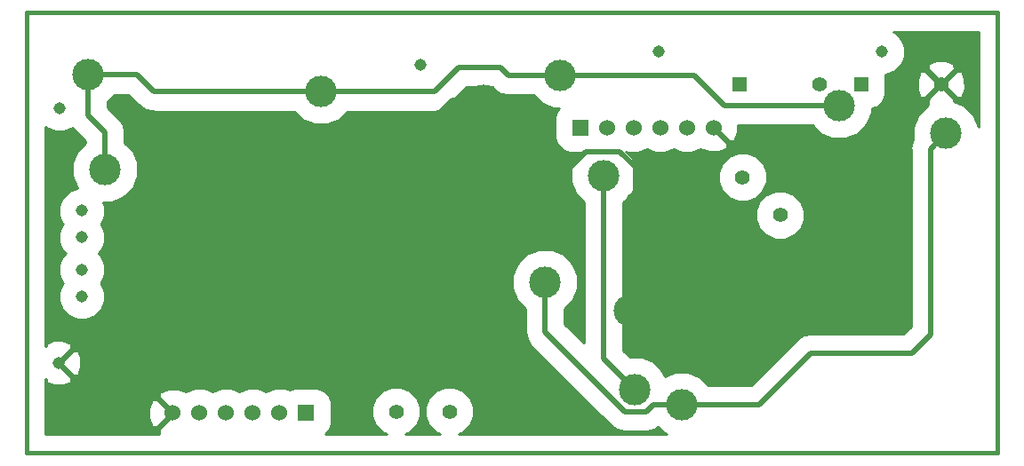
<source format=gbl>
G04 (created by PCBNEW-RS274X (2011-07-08 BZR 3044)-stable) date Wed 10 Aug 2011 06:33:40 PM MSD*
G01*
G70*
G90*
%MOIN*%
G04 Gerber Fmt 3.4, Leading zero omitted, Abs format*
%FSLAX34Y34*%
G04 APERTURE LIST*
%ADD10C,0.006000*%
%ADD11C,0.015000*%
%ADD12C,0.045000*%
%ADD13R,0.060000X0.060000*%
%ADD14C,0.060000*%
%ADD15R,0.055000X0.055000*%
%ADD16C,0.055000*%
%ADD17C,0.118100*%
%ADD18C,0.019700*%
%ADD19C,0.010000*%
G04 APERTURE END LIST*
G54D10*
G54D11*
X00000Y00000D02*
X36418Y00000D01*
X00000Y-16535D02*
X00000Y00000D01*
X36418Y-16535D02*
X00000Y-16535D01*
X36418Y00000D02*
X36418Y-16535D01*
G54D12*
X01201Y-13149D03*
X01241Y-03582D03*
X02088Y-08444D03*
X02088Y-07440D03*
X02088Y-10669D03*
X02088Y-09645D03*
X14784Y-01968D03*
X23701Y-01476D03*
X32087Y-01476D03*
G54D13*
X20768Y-04311D03*
G54D14*
X21768Y-04311D03*
X22768Y-04311D03*
X23768Y-04311D03*
X24768Y-04311D03*
X25768Y-04311D03*
G54D15*
X26749Y-02696D03*
G54D16*
X29749Y-02696D03*
G54D15*
X31296Y-02696D03*
G54D16*
X34296Y-02696D03*
G54D13*
X10493Y-15039D03*
G54D14*
X09493Y-15039D03*
X08493Y-15039D03*
X07493Y-15039D03*
X06493Y-15039D03*
X05493Y-15039D03*
G54D16*
X28266Y-07596D03*
X26852Y-06182D03*
X13862Y-14980D03*
X15862Y-14980D03*
G54D17*
X21654Y-06122D03*
X22815Y-14153D03*
X22619Y-11200D03*
X12579Y-04370D03*
X05552Y-12421D03*
X05099Y-05511D03*
X17146Y-03307D03*
X18485Y-07283D03*
X34475Y-04541D03*
X19449Y-10118D03*
X24567Y-14724D03*
X02953Y-05885D03*
X02304Y-02342D03*
X11044Y-02972D03*
X30473Y-03504D03*
X20000Y-02362D03*
G54D18*
X21654Y-12992D02*
X21654Y-06122D01*
X22815Y-14153D02*
X21654Y-12992D01*
X12579Y-04370D02*
X11516Y-04370D01*
X10375Y-05511D02*
X05099Y-05511D01*
X11516Y-04370D02*
X10375Y-05511D01*
X22619Y-11200D02*
X22619Y-06968D01*
X18918Y-07283D02*
X18485Y-07283D01*
X20985Y-05216D02*
X18918Y-07283D01*
X22244Y-05216D02*
X20985Y-05216D01*
X22835Y-05807D02*
X22244Y-05216D01*
X22835Y-06752D02*
X22835Y-05807D01*
X22619Y-06968D02*
X22835Y-06752D01*
X17146Y-03307D02*
X15965Y-03307D01*
X12953Y-03996D02*
X12579Y-04370D01*
X15276Y-03996D02*
X12953Y-03996D01*
X15965Y-03307D02*
X15276Y-03996D01*
X05099Y-05511D02*
X05099Y-08563D01*
X05099Y-08563D02*
X05552Y-09016D01*
X05552Y-09016D02*
X05552Y-12421D01*
X17146Y-03307D02*
X17146Y-05197D01*
X17146Y-05197D02*
X18485Y-06536D01*
X18485Y-06536D02*
X18485Y-07283D01*
X18485Y-07283D02*
X18504Y-07283D01*
X27492Y-14724D02*
X24567Y-14724D01*
X29425Y-12791D02*
X27492Y-14724D01*
X33200Y-12791D02*
X29425Y-12791D01*
X33900Y-12091D02*
X33200Y-12791D01*
X33900Y-05116D02*
X33900Y-12091D01*
X34475Y-04541D02*
X33900Y-05116D01*
X24567Y-14724D02*
X23504Y-14724D01*
X23504Y-14724D02*
X23248Y-14980D01*
X23248Y-14980D02*
X22441Y-14980D01*
X22441Y-14980D02*
X19449Y-11988D01*
X19449Y-11988D02*
X19449Y-10118D01*
X02304Y-02342D02*
X02304Y-03859D01*
X02953Y-04508D02*
X02953Y-05885D01*
X02304Y-03859D02*
X02953Y-04508D01*
X11044Y-02972D02*
X04764Y-02972D01*
X04134Y-02342D02*
X02304Y-02342D01*
X04764Y-02972D02*
X04134Y-02342D01*
X20000Y-02362D02*
X18072Y-02362D01*
X15296Y-02972D02*
X11044Y-02972D01*
X16201Y-02067D02*
X15296Y-02972D01*
X17777Y-02067D02*
X16201Y-02067D01*
X18072Y-02362D02*
X17777Y-02067D01*
X30473Y-03504D02*
X26182Y-03504D01*
X25040Y-02362D02*
X20000Y-02362D01*
X26182Y-03504D02*
X25040Y-02362D01*
G54D10*
G36*
X23994Y-15819D02*
X16226Y-15819D01*
X16379Y-15756D01*
X16637Y-15499D01*
X16777Y-15163D01*
X16777Y-14799D01*
X16638Y-14463D01*
X16381Y-14205D01*
X16045Y-14065D01*
X15681Y-14065D01*
X15345Y-14204D01*
X15087Y-14461D01*
X14947Y-14797D01*
X14947Y-15161D01*
X15086Y-15497D01*
X15343Y-15755D01*
X15496Y-15819D01*
X14226Y-15819D01*
X14379Y-15756D01*
X14637Y-15499D01*
X14777Y-15163D01*
X14777Y-14799D01*
X14638Y-14463D01*
X14381Y-14205D01*
X14045Y-14065D01*
X13681Y-14065D01*
X13345Y-14204D01*
X13087Y-14461D01*
X12947Y-14797D01*
X12947Y-15161D01*
X13086Y-15497D01*
X13343Y-15755D01*
X13496Y-15819D01*
X11219Y-15819D01*
X11336Y-15702D01*
X11434Y-15467D01*
X11434Y-15212D01*
X11434Y-14612D01*
X11337Y-14376D01*
X11156Y-14196D01*
X10921Y-14098D01*
X10666Y-14098D01*
X10066Y-14098D01*
X09872Y-14177D01*
X09681Y-14098D01*
X09307Y-14098D01*
X08992Y-14227D01*
X08681Y-14098D01*
X08307Y-14098D01*
X07992Y-14227D01*
X07681Y-14098D01*
X07307Y-14098D01*
X06992Y-14227D01*
X06681Y-14098D01*
X06307Y-14098D01*
X05971Y-14236D01*
X05664Y-14114D01*
X05297Y-14119D01*
X04981Y-14250D01*
X04978Y-14453D01*
X05458Y-14933D01*
X05493Y-14968D01*
X05552Y-15027D01*
X05552Y-15051D01*
X05493Y-15110D01*
X05458Y-15145D01*
X05422Y-15181D01*
X05422Y-15039D01*
X04907Y-14524D01*
X04704Y-14527D01*
X04568Y-14868D01*
X04573Y-15235D01*
X04704Y-15551D01*
X04907Y-15554D01*
X05422Y-15039D01*
X05422Y-15181D01*
X04978Y-15625D01*
X04980Y-15819D01*
X02054Y-15819D01*
X02054Y-13302D01*
X02047Y-12964D01*
X01930Y-12682D01*
X01734Y-12687D01*
X01668Y-12753D01*
X01272Y-13149D01*
X01734Y-13611D01*
X01930Y-13616D01*
X02054Y-13302D01*
X02054Y-15819D01*
X01668Y-15819D01*
X00716Y-15819D01*
X00716Y-13775D01*
X00737Y-13754D01*
X00734Y-13878D01*
X01048Y-14002D01*
X01386Y-13995D01*
X01668Y-13878D01*
X01663Y-13682D01*
X01236Y-13255D01*
X01201Y-13220D01*
X01130Y-13149D01*
X01201Y-13078D01*
X01236Y-13043D01*
X01663Y-12616D01*
X01668Y-12420D01*
X01354Y-12296D01*
X01016Y-12303D01*
X00734Y-12420D01*
X00737Y-12543D01*
X00716Y-12522D01*
X00716Y-04280D01*
X00750Y-04315D01*
X01068Y-04447D01*
X01412Y-04447D01*
X01730Y-04316D01*
X01734Y-04311D01*
X01781Y-04382D01*
X02214Y-04814D01*
X02214Y-04883D01*
X01910Y-05187D01*
X01722Y-05639D01*
X01722Y-06129D01*
X01907Y-06578D01*
X01599Y-06706D01*
X01355Y-06949D01*
X01223Y-07267D01*
X01223Y-07611D01*
X01354Y-07929D01*
X01366Y-07941D01*
X01355Y-07953D01*
X01223Y-08271D01*
X01223Y-08615D01*
X01354Y-08933D01*
X01464Y-09044D01*
X01355Y-09154D01*
X01223Y-09472D01*
X01223Y-09816D01*
X01354Y-10134D01*
X01376Y-10156D01*
X01355Y-10178D01*
X01223Y-10496D01*
X01223Y-10840D01*
X01354Y-11158D01*
X01597Y-11402D01*
X01915Y-11534D01*
X02259Y-11534D01*
X02577Y-11403D01*
X02821Y-11160D01*
X02953Y-10842D01*
X02953Y-10498D01*
X02822Y-10180D01*
X02799Y-10157D01*
X02821Y-10136D01*
X02953Y-09818D01*
X02953Y-09474D01*
X02822Y-09156D01*
X02711Y-09044D01*
X02821Y-08935D01*
X02953Y-08617D01*
X02953Y-08273D01*
X02822Y-07955D01*
X02809Y-07942D01*
X02821Y-07931D01*
X02953Y-07613D01*
X02953Y-07269D01*
X02889Y-07116D01*
X03197Y-07116D01*
X03650Y-06929D01*
X03996Y-06583D01*
X04184Y-06131D01*
X04184Y-05641D01*
X03997Y-05188D01*
X03692Y-04883D01*
X03692Y-04508D01*
X03691Y-04507D01*
X03692Y-04507D01*
X03682Y-04460D01*
X03636Y-04225D01*
X03476Y-03985D01*
X03473Y-03983D01*
X03043Y-03552D01*
X03043Y-03344D01*
X03306Y-03081D01*
X03827Y-03081D01*
X04239Y-03492D01*
X04241Y-03495D01*
X04480Y-03654D01*
X04481Y-03655D01*
X04707Y-03699D01*
X04763Y-03711D01*
X04763Y-03710D01*
X04764Y-03711D01*
X10042Y-03711D01*
X10346Y-04015D01*
X10798Y-04203D01*
X11288Y-04203D01*
X11741Y-04016D01*
X12046Y-03711D01*
X15291Y-03711D01*
X15296Y-03712D01*
X15296Y-03711D01*
X15579Y-03655D01*
X15819Y-03495D01*
X16507Y-02806D01*
X17470Y-02806D01*
X17547Y-02882D01*
X17549Y-02885D01*
X17789Y-03045D01*
X18072Y-03101D01*
X18998Y-03101D01*
X19302Y-03405D01*
X19754Y-03593D01*
X19979Y-03593D01*
X19925Y-03648D01*
X19827Y-03883D01*
X19827Y-04138D01*
X19827Y-04738D01*
X19924Y-04974D01*
X20105Y-05154D01*
X20340Y-05252D01*
X20595Y-05252D01*
X20783Y-05252D01*
X20611Y-05424D01*
X20423Y-05876D01*
X20423Y-06366D01*
X20610Y-06819D01*
X20915Y-07124D01*
X20915Y-12408D01*
X20188Y-11681D01*
X20188Y-11120D01*
X20492Y-10816D01*
X20680Y-10364D01*
X20680Y-09874D01*
X20493Y-09421D01*
X20147Y-09075D01*
X19695Y-08887D01*
X19205Y-08887D01*
X18752Y-09074D01*
X18406Y-09420D01*
X18218Y-09872D01*
X18218Y-10362D01*
X18405Y-10815D01*
X18710Y-11120D01*
X18710Y-11983D01*
X18709Y-11988D01*
X18766Y-12271D01*
X18926Y-12511D01*
X21916Y-15500D01*
X21918Y-15503D01*
X22158Y-15663D01*
X22441Y-15719D01*
X23243Y-15719D01*
X23248Y-15720D01*
X23248Y-15719D01*
X23531Y-15663D01*
X23671Y-15569D01*
X23869Y-15767D01*
X23994Y-15819D01*
X23994Y-15819D01*
G37*
G54D19*
X23994Y-15819D02*
X16226Y-15819D01*
X16379Y-15756D01*
X16637Y-15499D01*
X16777Y-15163D01*
X16777Y-14799D01*
X16638Y-14463D01*
X16381Y-14205D01*
X16045Y-14065D01*
X15681Y-14065D01*
X15345Y-14204D01*
X15087Y-14461D01*
X14947Y-14797D01*
X14947Y-15161D01*
X15086Y-15497D01*
X15343Y-15755D01*
X15496Y-15819D01*
X14226Y-15819D01*
X14379Y-15756D01*
X14637Y-15499D01*
X14777Y-15163D01*
X14777Y-14799D01*
X14638Y-14463D01*
X14381Y-14205D01*
X14045Y-14065D01*
X13681Y-14065D01*
X13345Y-14204D01*
X13087Y-14461D01*
X12947Y-14797D01*
X12947Y-15161D01*
X13086Y-15497D01*
X13343Y-15755D01*
X13496Y-15819D01*
X11219Y-15819D01*
X11336Y-15702D01*
X11434Y-15467D01*
X11434Y-15212D01*
X11434Y-14612D01*
X11337Y-14376D01*
X11156Y-14196D01*
X10921Y-14098D01*
X10666Y-14098D01*
X10066Y-14098D01*
X09872Y-14177D01*
X09681Y-14098D01*
X09307Y-14098D01*
X08992Y-14227D01*
X08681Y-14098D01*
X08307Y-14098D01*
X07992Y-14227D01*
X07681Y-14098D01*
X07307Y-14098D01*
X06992Y-14227D01*
X06681Y-14098D01*
X06307Y-14098D01*
X05971Y-14236D01*
X05664Y-14114D01*
X05297Y-14119D01*
X04981Y-14250D01*
X04978Y-14453D01*
X05458Y-14933D01*
X05493Y-14968D01*
X05552Y-15027D01*
X05552Y-15051D01*
X05493Y-15110D01*
X05458Y-15145D01*
X05422Y-15181D01*
X05422Y-15039D01*
X04907Y-14524D01*
X04704Y-14527D01*
X04568Y-14868D01*
X04573Y-15235D01*
X04704Y-15551D01*
X04907Y-15554D01*
X05422Y-15039D01*
X05422Y-15181D01*
X04978Y-15625D01*
X04980Y-15819D01*
X02054Y-15819D01*
X02054Y-13302D01*
X02047Y-12964D01*
X01930Y-12682D01*
X01734Y-12687D01*
X01668Y-12753D01*
X01272Y-13149D01*
X01734Y-13611D01*
X01930Y-13616D01*
X02054Y-13302D01*
X02054Y-15819D01*
X01668Y-15819D01*
X00716Y-15819D01*
X00716Y-13775D01*
X00737Y-13754D01*
X00734Y-13878D01*
X01048Y-14002D01*
X01386Y-13995D01*
X01668Y-13878D01*
X01663Y-13682D01*
X01236Y-13255D01*
X01201Y-13220D01*
X01130Y-13149D01*
X01201Y-13078D01*
X01236Y-13043D01*
X01663Y-12616D01*
X01668Y-12420D01*
X01354Y-12296D01*
X01016Y-12303D01*
X00734Y-12420D01*
X00737Y-12543D01*
X00716Y-12522D01*
X00716Y-04280D01*
X00750Y-04315D01*
X01068Y-04447D01*
X01412Y-04447D01*
X01730Y-04316D01*
X01734Y-04311D01*
X01781Y-04382D01*
X02214Y-04814D01*
X02214Y-04883D01*
X01910Y-05187D01*
X01722Y-05639D01*
X01722Y-06129D01*
X01907Y-06578D01*
X01599Y-06706D01*
X01355Y-06949D01*
X01223Y-07267D01*
X01223Y-07611D01*
X01354Y-07929D01*
X01366Y-07941D01*
X01355Y-07953D01*
X01223Y-08271D01*
X01223Y-08615D01*
X01354Y-08933D01*
X01464Y-09044D01*
X01355Y-09154D01*
X01223Y-09472D01*
X01223Y-09816D01*
X01354Y-10134D01*
X01376Y-10156D01*
X01355Y-10178D01*
X01223Y-10496D01*
X01223Y-10840D01*
X01354Y-11158D01*
X01597Y-11402D01*
X01915Y-11534D01*
X02259Y-11534D01*
X02577Y-11403D01*
X02821Y-11160D01*
X02953Y-10842D01*
X02953Y-10498D01*
X02822Y-10180D01*
X02799Y-10157D01*
X02821Y-10136D01*
X02953Y-09818D01*
X02953Y-09474D01*
X02822Y-09156D01*
X02711Y-09044D01*
X02821Y-08935D01*
X02953Y-08617D01*
X02953Y-08273D01*
X02822Y-07955D01*
X02809Y-07942D01*
X02821Y-07931D01*
X02953Y-07613D01*
X02953Y-07269D01*
X02889Y-07116D01*
X03197Y-07116D01*
X03650Y-06929D01*
X03996Y-06583D01*
X04184Y-06131D01*
X04184Y-05641D01*
X03997Y-05188D01*
X03692Y-04883D01*
X03692Y-04508D01*
X03691Y-04507D01*
X03692Y-04507D01*
X03682Y-04460D01*
X03636Y-04225D01*
X03476Y-03985D01*
X03473Y-03983D01*
X03043Y-03552D01*
X03043Y-03344D01*
X03306Y-03081D01*
X03827Y-03081D01*
X04239Y-03492D01*
X04241Y-03495D01*
X04480Y-03654D01*
X04481Y-03655D01*
X04707Y-03699D01*
X04763Y-03711D01*
X04763Y-03710D01*
X04764Y-03711D01*
X10042Y-03711D01*
X10346Y-04015D01*
X10798Y-04203D01*
X11288Y-04203D01*
X11741Y-04016D01*
X12046Y-03711D01*
X15291Y-03711D01*
X15296Y-03712D01*
X15296Y-03711D01*
X15579Y-03655D01*
X15819Y-03495D01*
X16507Y-02806D01*
X17470Y-02806D01*
X17547Y-02882D01*
X17549Y-02885D01*
X17789Y-03045D01*
X18072Y-03101D01*
X18998Y-03101D01*
X19302Y-03405D01*
X19754Y-03593D01*
X19979Y-03593D01*
X19925Y-03648D01*
X19827Y-03883D01*
X19827Y-04138D01*
X19827Y-04738D01*
X19924Y-04974D01*
X20105Y-05154D01*
X20340Y-05252D01*
X20595Y-05252D01*
X20783Y-05252D01*
X20611Y-05424D01*
X20423Y-05876D01*
X20423Y-06366D01*
X20610Y-06819D01*
X20915Y-07124D01*
X20915Y-12408D01*
X20188Y-11681D01*
X20188Y-11120D01*
X20492Y-10816D01*
X20680Y-10364D01*
X20680Y-09874D01*
X20493Y-09421D01*
X20147Y-09075D01*
X19695Y-08887D01*
X19205Y-08887D01*
X18752Y-09074D01*
X18406Y-09420D01*
X18218Y-09872D01*
X18218Y-10362D01*
X18405Y-10815D01*
X18710Y-11120D01*
X18710Y-11983D01*
X18709Y-11988D01*
X18766Y-12271D01*
X18926Y-12511D01*
X21916Y-15500D01*
X21918Y-15503D01*
X22158Y-15663D01*
X22441Y-15719D01*
X23243Y-15719D01*
X23248Y-15720D01*
X23248Y-15719D01*
X23531Y-15663D01*
X23671Y-15569D01*
X23869Y-15767D01*
X23994Y-15819D01*
G54D10*
G36*
X35702Y-04287D02*
X35519Y-03844D01*
X35196Y-03521D01*
X35196Y-02861D01*
X35191Y-02504D01*
X35065Y-02199D01*
X34865Y-02198D01*
X34794Y-02269D01*
X34794Y-02127D01*
X34793Y-01927D01*
X34461Y-01796D01*
X34104Y-01801D01*
X33799Y-01927D01*
X33798Y-02127D01*
X34296Y-02625D01*
X34794Y-02127D01*
X34794Y-02269D01*
X34367Y-02696D01*
X34865Y-03194D01*
X35065Y-03193D01*
X35196Y-02861D01*
X35196Y-03521D01*
X35173Y-03498D01*
X34793Y-03340D01*
X34794Y-03265D01*
X34296Y-02767D01*
X34225Y-02838D01*
X34225Y-02696D01*
X33727Y-02198D01*
X33527Y-02199D01*
X33396Y-02531D01*
X33401Y-02888D01*
X33527Y-03193D01*
X33727Y-03194D01*
X34225Y-02696D01*
X34225Y-02838D01*
X33798Y-03265D01*
X33799Y-03465D01*
X33827Y-03476D01*
X33778Y-03497D01*
X33432Y-03843D01*
X33244Y-04295D01*
X33244Y-04785D01*
X33245Y-04789D01*
X33217Y-04833D01*
X33160Y-05116D01*
X33161Y-05120D01*
X33161Y-11784D01*
X32893Y-12052D01*
X29425Y-12052D01*
X29181Y-12100D01*
X29181Y-07779D01*
X29181Y-07415D01*
X29042Y-07079D01*
X28785Y-06821D01*
X28449Y-06681D01*
X28085Y-06681D01*
X27767Y-06812D01*
X27767Y-06365D01*
X27767Y-06001D01*
X27628Y-05665D01*
X27371Y-05407D01*
X27035Y-05267D01*
X26671Y-05267D01*
X26335Y-05406D01*
X26077Y-05663D01*
X25937Y-05999D01*
X25937Y-06363D01*
X26076Y-06699D01*
X26333Y-06957D01*
X26669Y-07097D01*
X27033Y-07097D01*
X27369Y-06958D01*
X27627Y-06701D01*
X27767Y-06365D01*
X27767Y-06812D01*
X27749Y-06820D01*
X27491Y-07077D01*
X27351Y-07413D01*
X27351Y-07777D01*
X27490Y-08113D01*
X27747Y-08371D01*
X28083Y-08511D01*
X28447Y-08511D01*
X28783Y-08372D01*
X29041Y-08115D01*
X29181Y-07779D01*
X29181Y-12100D01*
X29142Y-12108D01*
X28902Y-12268D01*
X28900Y-12270D01*
X27185Y-13985D01*
X25569Y-13985D01*
X25265Y-13681D01*
X24813Y-13493D01*
X24323Y-13493D01*
X23939Y-13651D01*
X23859Y-13456D01*
X23513Y-13110D01*
X23061Y-12922D01*
X22629Y-12922D01*
X22393Y-12685D01*
X22393Y-07124D01*
X22697Y-06820D01*
X22885Y-06368D01*
X22885Y-05878D01*
X22698Y-05425D01*
X22485Y-05212D01*
X22580Y-05252D01*
X22954Y-05252D01*
X23268Y-05122D01*
X23580Y-05252D01*
X23954Y-05252D01*
X24268Y-05122D01*
X24580Y-05252D01*
X24954Y-05252D01*
X25289Y-05113D01*
X25597Y-05236D01*
X25964Y-05231D01*
X26280Y-05100D01*
X26283Y-04897D01*
X25803Y-04417D01*
X25768Y-04382D01*
X25709Y-04323D01*
X25709Y-04299D01*
X25768Y-04240D01*
X25839Y-04311D01*
X25874Y-04346D01*
X26354Y-04826D01*
X26557Y-04823D01*
X26693Y-04482D01*
X26689Y-04243D01*
X29471Y-04243D01*
X29775Y-04547D01*
X30227Y-04735D01*
X30717Y-04735D01*
X31170Y-04548D01*
X31516Y-04202D01*
X31704Y-03750D01*
X31704Y-03609D01*
X31934Y-03515D01*
X32114Y-03334D01*
X32212Y-03099D01*
X32212Y-02844D01*
X32212Y-02341D01*
X32258Y-02341D01*
X32576Y-02210D01*
X32820Y-01967D01*
X32952Y-01649D01*
X32952Y-01305D01*
X32821Y-00987D01*
X32578Y-00743D01*
X32512Y-00716D01*
X35702Y-00716D01*
X35702Y-04287D01*
X35702Y-04287D01*
G37*
G54D19*
X35702Y-04287D02*
X35519Y-03844D01*
X35196Y-03521D01*
X35196Y-02861D01*
X35191Y-02504D01*
X35065Y-02199D01*
X34865Y-02198D01*
X34794Y-02269D01*
X34794Y-02127D01*
X34793Y-01927D01*
X34461Y-01796D01*
X34104Y-01801D01*
X33799Y-01927D01*
X33798Y-02127D01*
X34296Y-02625D01*
X34794Y-02127D01*
X34794Y-02269D01*
X34367Y-02696D01*
X34865Y-03194D01*
X35065Y-03193D01*
X35196Y-02861D01*
X35196Y-03521D01*
X35173Y-03498D01*
X34793Y-03340D01*
X34794Y-03265D01*
X34296Y-02767D01*
X34225Y-02838D01*
X34225Y-02696D01*
X33727Y-02198D01*
X33527Y-02199D01*
X33396Y-02531D01*
X33401Y-02888D01*
X33527Y-03193D01*
X33727Y-03194D01*
X34225Y-02696D01*
X34225Y-02838D01*
X33798Y-03265D01*
X33799Y-03465D01*
X33827Y-03476D01*
X33778Y-03497D01*
X33432Y-03843D01*
X33244Y-04295D01*
X33244Y-04785D01*
X33245Y-04789D01*
X33217Y-04833D01*
X33160Y-05116D01*
X33161Y-05120D01*
X33161Y-11784D01*
X32893Y-12052D01*
X29425Y-12052D01*
X29181Y-12100D01*
X29181Y-07779D01*
X29181Y-07415D01*
X29042Y-07079D01*
X28785Y-06821D01*
X28449Y-06681D01*
X28085Y-06681D01*
X27767Y-06812D01*
X27767Y-06365D01*
X27767Y-06001D01*
X27628Y-05665D01*
X27371Y-05407D01*
X27035Y-05267D01*
X26671Y-05267D01*
X26335Y-05406D01*
X26077Y-05663D01*
X25937Y-05999D01*
X25937Y-06363D01*
X26076Y-06699D01*
X26333Y-06957D01*
X26669Y-07097D01*
X27033Y-07097D01*
X27369Y-06958D01*
X27627Y-06701D01*
X27767Y-06365D01*
X27767Y-06812D01*
X27749Y-06820D01*
X27491Y-07077D01*
X27351Y-07413D01*
X27351Y-07777D01*
X27490Y-08113D01*
X27747Y-08371D01*
X28083Y-08511D01*
X28447Y-08511D01*
X28783Y-08372D01*
X29041Y-08115D01*
X29181Y-07779D01*
X29181Y-12100D01*
X29142Y-12108D01*
X28902Y-12268D01*
X28900Y-12270D01*
X27185Y-13985D01*
X25569Y-13985D01*
X25265Y-13681D01*
X24813Y-13493D01*
X24323Y-13493D01*
X23939Y-13651D01*
X23859Y-13456D01*
X23513Y-13110D01*
X23061Y-12922D01*
X22629Y-12922D01*
X22393Y-12685D01*
X22393Y-07124D01*
X22697Y-06820D01*
X22885Y-06368D01*
X22885Y-05878D01*
X22698Y-05425D01*
X22485Y-05212D01*
X22580Y-05252D01*
X22954Y-05252D01*
X23268Y-05122D01*
X23580Y-05252D01*
X23954Y-05252D01*
X24268Y-05122D01*
X24580Y-05252D01*
X24954Y-05252D01*
X25289Y-05113D01*
X25597Y-05236D01*
X25964Y-05231D01*
X26280Y-05100D01*
X26283Y-04897D01*
X25803Y-04417D01*
X25768Y-04382D01*
X25709Y-04323D01*
X25709Y-04299D01*
X25768Y-04240D01*
X25839Y-04311D01*
X25874Y-04346D01*
X26354Y-04826D01*
X26557Y-04823D01*
X26693Y-04482D01*
X26689Y-04243D01*
X29471Y-04243D01*
X29775Y-04547D01*
X30227Y-04735D01*
X30717Y-04735D01*
X31170Y-04548D01*
X31516Y-04202D01*
X31704Y-03750D01*
X31704Y-03609D01*
X31934Y-03515D01*
X32114Y-03334D01*
X32212Y-03099D01*
X32212Y-02844D01*
X32212Y-02341D01*
X32258Y-02341D01*
X32576Y-02210D01*
X32820Y-01967D01*
X32952Y-01649D01*
X32952Y-01305D01*
X32821Y-00987D01*
X32578Y-00743D01*
X32512Y-00716D01*
X35702Y-00716D01*
X35702Y-04287D01*
M02*

</source>
